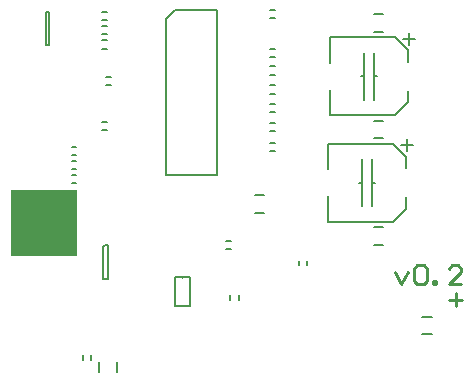
<source format=gto>
G04 Layer_Color=65535*
%FSLAX24Y24*%
%MOIN*%
G70*
G01*
G75*
%ADD48C,0.0079*%
%ADD49C,0.0060*%
%ADD50C,0.0100*%
G36*
X2283Y5198D02*
X79D01*
Y7402D01*
X2283D01*
Y5198D01*
D02*
G37*
D48*
X5738Y4508D02*
G03*
X5837Y4508I49J0D01*
G01*
X8189Y6634D02*
X8504D01*
X8189Y7224D02*
X8504D01*
X5837Y4508D02*
X6039D01*
Y3524D02*
Y4508D01*
X5535Y3524D02*
X6039D01*
X5535D02*
Y4508D01*
X5738D01*
X1344Y12215D02*
Y13337D01*
X1246D02*
X1344D01*
X1246Y12215D02*
Y13337D01*
Y12215D02*
X1344D01*
X6925Y7894D02*
Y13406D01*
X5240Y7894D02*
X6925D01*
X5240D02*
Y13104D01*
X5541Y13406D01*
X6919D01*
X3150Y4419D02*
Y5492D01*
Y4419D02*
X3297D01*
Y5551D01*
X3150Y5492D02*
X3209Y5551D01*
X3297D01*
X8701Y13130D02*
X8858D01*
X8701Y13406D02*
X8858D01*
X7244Y5413D02*
X7402D01*
X7244Y5689D02*
X7402D01*
X3110Y13051D02*
X3268D01*
X3110Y13327D02*
X3268D01*
X3110Y12579D02*
X3268D01*
X3110Y12854D02*
X3268D01*
X3110Y9390D02*
X3268D01*
X3110Y9665D02*
X3268D01*
X2087Y7618D02*
X2244D01*
X2087Y7894D02*
X2244D01*
X2087Y8091D02*
X2244D01*
X2087Y8366D02*
X2244D01*
X2087Y8563D02*
X2244D01*
X2087Y8839D02*
X2244D01*
X3228Y10886D02*
X3386D01*
X3228Y11161D02*
X3386D01*
X3602Y1339D02*
Y1654D01*
X3012Y1339D02*
Y1654D01*
X8701Y8701D02*
X8858D01*
X8701Y8976D02*
X8858D01*
X8701Y9350D02*
X8858D01*
X8701Y9626D02*
X8858D01*
X8701Y9980D02*
X8858D01*
X8701Y10256D02*
X8858D01*
X8701Y10610D02*
X8858D01*
X8701Y10886D02*
X8858D01*
X8701Y11240D02*
X8858D01*
X8701Y11516D02*
X8858D01*
X8701Y11831D02*
X8858D01*
X8701Y12106D02*
X8858D01*
X12165Y5571D02*
X12480D01*
X12165Y6161D02*
X12480D01*
X12165Y9114D02*
X12480D01*
X12165Y9705D02*
X12480D01*
X12165Y12657D02*
X12480D01*
X12165Y13248D02*
X12480D01*
X9941Y4882D02*
Y5039D01*
X9665Y4882D02*
Y5039D01*
X2461Y1732D02*
Y1890D01*
X2736Y1732D02*
Y1890D01*
X7382Y3740D02*
Y3898D01*
X7657Y3740D02*
Y3898D01*
X3110Y12106D02*
X3268D01*
X3110Y12382D02*
X3268D01*
X13780Y2579D02*
X14094D01*
X13780Y3169D02*
X14094D01*
D49*
X10630Y6339D02*
Y7185D01*
X11772Y6850D02*
Y8425D01*
X10630Y6339D02*
X12795D01*
X10630Y8091D02*
Y8937D01*
X11654Y7638D02*
X11732D01*
X10630Y8937D02*
X12795D01*
X12126Y7638D02*
X12205D01*
X12087Y6850D02*
Y8425D01*
X12795Y6339D02*
X13228Y6772D01*
Y7146D01*
Y8130D02*
Y8504D01*
X12795Y8937D02*
X13228Y8504D01*
X13268Y8898D02*
X13465D01*
X13071D02*
X13268D01*
Y8701D02*
Y9094D01*
X10709Y9882D02*
Y10728D01*
X11850Y10394D02*
Y11969D01*
X10709Y9882D02*
X12874D01*
X10709Y11634D02*
Y12480D01*
X11732Y11181D02*
X11811D01*
X10709Y12480D02*
X12874D01*
X12205Y11181D02*
X12283D01*
X12165Y10394D02*
Y11969D01*
X12874Y9882D02*
X13307Y10315D01*
Y10689D01*
Y11673D02*
Y12047D01*
X12874Y12480D02*
X13307Y12047D01*
X13346Y12441D02*
X13543D01*
X13150D02*
X13346D01*
Y12244D02*
Y12638D01*
D50*
X14685Y3740D02*
X15105D01*
X14895Y3950D02*
Y3530D01*
X12874Y4672D02*
X13084Y4252D01*
X13294Y4672D01*
X13504Y4777D02*
X13609Y4882D01*
X13819D01*
X13924Y4777D01*
Y4357D01*
X13819Y4252D01*
X13609D01*
X13504Y4357D01*
Y4777D01*
X14133Y4252D02*
Y4357D01*
X14238D01*
Y4252D01*
X14133D01*
X15078D02*
X14658D01*
X15078Y4672D01*
Y4777D01*
X14973Y4882D01*
X14763D01*
X14658Y4777D01*
M02*

</source>
